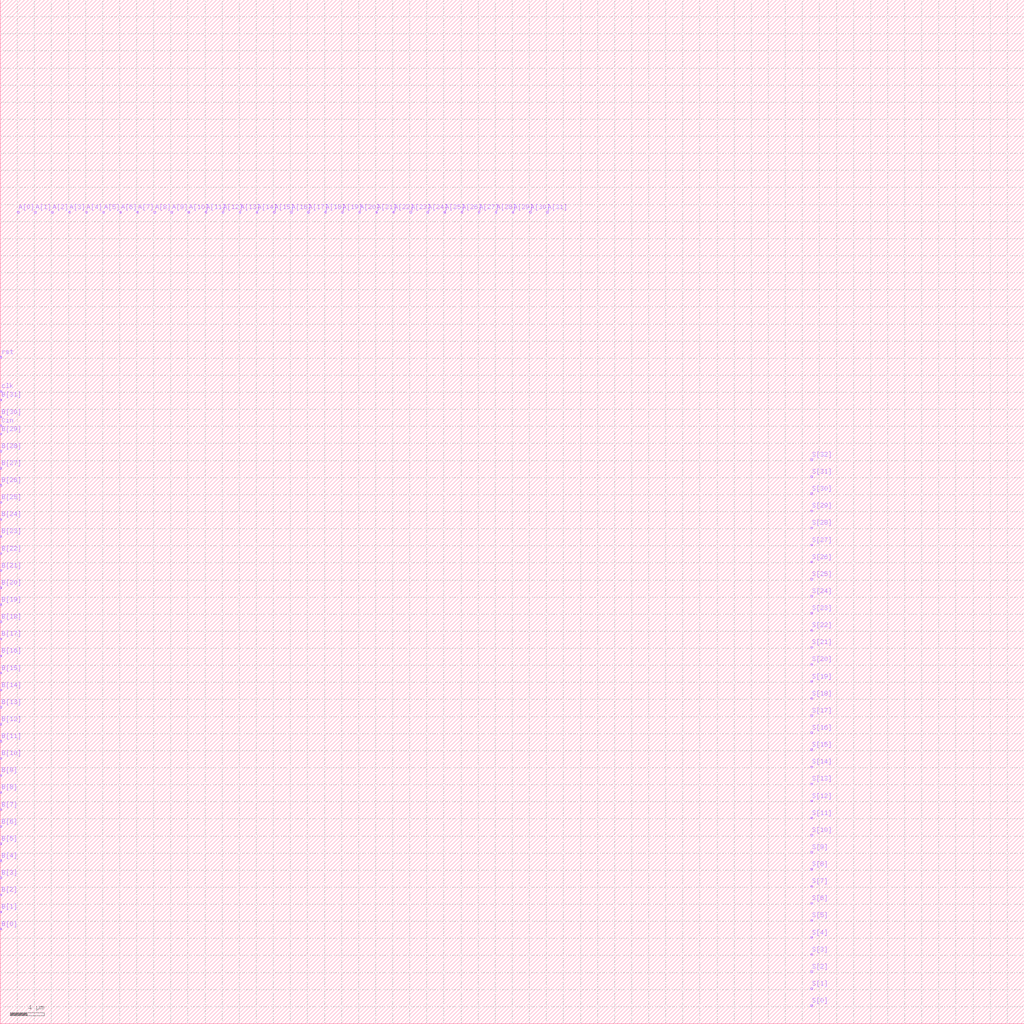
<source format=lef>

#******
# Preview export LEF
#
#	 Preview sub-version 5.10.41.500.3.38
#
# TECH LIB NAME: tsmc18
# TECH FILE NAME: techfile.cds
#******

VERSION 5.4 ;

NAMESCASESENSITIVE ON ;

DIVIDERCHAR "|" ;
BUSBITCHARS "[]" ;

UNITS
    DATABASE MICRONS 100  ;
END UNITS

MACRO KG_TOP
    CLASS CORE ;
    FOREIGN KG_TOP 0 0 ;
    ORIGIN 0.00 0.00 ;
    SIZE 120 BY 120 ;
    SYMMETRY X Y ;
    PIN A[0]
        DIRECTION INPUT ;
        PORT
        LAYER METAL2 ;
        RECT  2 95.00 2.2 95.2 ;
        END
	AntennaGateArea 0.0 ;
    END A[0]
    PIN A[1]
        DIRECTION INPUT ;
        PORT
        LAYER METAL2 ;
        RECT  4 95.00 4.2 95.2 ;
        END
	AntennaGateArea 0.0 ;
    END A[1]
    PIN A[2]
        DIRECTION INPUT ;
        PORT
        LAYER METAL2 ;
        RECT  6 95.00 6.2 95.2 ;
        END
	AntennaGateArea 0.0 ;
    END A[2]
    PIN A[3]
        DIRECTION INPUT ;
        PORT
        LAYER METAL2 ;
        RECT  8 95.00 8.2 95.2 ;
        END
	AntennaGateArea 0.0 ;
    END A[3]
    PIN A[4]
        DIRECTION INPUT ;
        PORT
        LAYER METAL2 ;
        RECT  10 95.00 10.2 95.2 ;
        END
	AntennaGateArea 0.0 ;
    END A[4]
    PIN A[5]
        DIRECTION INPUT ;
        PORT
        LAYER METAL2 ;
        RECT  12 95.00 12.2 95.2 ;
        END
	AntennaGateArea 0.0 ;
    END A[5]
    PIN A[6]
        DIRECTION INPUT ;
        PORT
        LAYER METAL2 ;
        RECT  14 95.00 14.2 95.2 ;
        END
	AntennaGateArea 0.0 ;
    END A[6]
    PIN A[7]
        DIRECTION INPUT ;
        PORT
        LAYER METAL2 ;
        RECT  16 95.00 16.2 95.2 ;
        END
	AntennaGateArea 0.0 ;
    END A[7]
    PIN A[8]
        DIRECTION INPUT ;
        PORT
        LAYER METAL2 ;
        RECT  18 95.00 18.2 95.2 ;
        END
	AntennaGateArea 0.0 ;
    END A[8]
    PIN A[9]
        DIRECTION INPUT ;
        PORT
        LAYER METAL2 ;
        RECT  20 95.00 20.2 95.2 ;
        END
	AntennaGateArea 0.0 ;
    END A[9]
    PIN A[10]
        DIRECTION INPUT ;
        PORT
        LAYER METAL2 ;
        RECT  22 95.00 22.2 95.2 ;
        END
	AntennaGateArea 0.0 ;
    END A[10]
    PIN A[11]
        DIRECTION INPUT ;
        PORT
        LAYER METAL2 ;
        RECT  24 95.00 24.2 95.2 ;
        END
	AntennaGateArea 0.0 ;
    END A[11]
    PIN A[12]
        DIRECTION INPUT ;
        PORT
        LAYER METAL2 ;
        RECT  26 95.00 26.2 95.2 ;
        END
	AntennaGateArea 0.0 ;
    END A[12]
    PIN A[13]
        DIRECTION INPUT ;
        PORT
        LAYER METAL2 ;
        RECT  28 95.00 28.2 95.2 ;
        END
	AntennaGateArea 0.0 ;
    END A[13]
    PIN A[14]
        DIRECTION INPUT ;
        PORT
        LAYER METAL2 ;
        RECT  30 95.00 30.2 95.2 ;
        END
	AntennaGateArea 0.0 ;
    END A[14]
    PIN A[15]
        DIRECTION INPUT ;
        PORT
        LAYER METAL2 ;
        RECT  32 95.00 32.2 95.2 ;
        END
	AntennaGateArea 0.0 ;
    END A[15]
    PIN A[16]
        DIRECTION INPUT ;
        PORT
        LAYER METAL2 ;
        RECT  34 95.00 34.2 95.2 ;
        END
	AntennaGateArea 0.0 ;
    END A[16]
    PIN A[17]
        DIRECTION INPUT ;
        PORT
        LAYER METAL2 ;
        RECT  36 95.00 36.2 95.2 ;
        END
	AntennaGateArea 0.0 ;
    END A[17]
    PIN A[18]
        DIRECTION INPUT ;
        PORT
        LAYER METAL2 ;
        RECT  38 95.00 38.2 95.2 ;
        END
	AntennaGateArea 0.0 ;
    END A[18]
    PIN A[19]
        DIRECTION INPUT ;
        PORT
        LAYER METAL2 ;
        RECT  40 95.00 40.2 95.2 ;
        END
	AntennaGateArea 0.0 ;
    END A[19]
    PIN A[20]
        DIRECTION INPUT ;
        PORT
        LAYER METAL2 ;
        RECT  42 95.00 42.2 95.2 ;
        END
	AntennaGateArea 0.0 ;
    END A[20]
    PIN A[21]
        DIRECTION INPUT ;
        PORT
        LAYER METAL2 ;
        RECT  44 95.00 44.2 95.2 ;
        END
	AntennaGateArea 0.0 ;
    END A[21]
    PIN A[22]
        DIRECTION INPUT ;
        PORT
        LAYER METAL2 ;
        RECT  46 95.00 46.2 95.2 ;
        END
	AntennaGateArea 0.0 ;
    END A[22]
    PIN A[23]
        DIRECTION INPUT ;
        PORT
        LAYER METAL2 ;
        RECT  48 95.00 48.2 95.2 ;
        END
	AntennaGateArea 0.0 ;
    END A[23]
    PIN A[24]
        DIRECTION INPUT ;
        PORT
        LAYER METAL2 ;
        RECT  50 95.00 50.2 95.2 ;
        END
	AntennaGateArea 0.0 ;
    END A[24]
    PIN A[25]
        DIRECTION INPUT ;
        PORT
        LAYER METAL2 ;
        RECT  52 95.00 52.2 95.2 ;
        END
	AntennaGateArea 0.0 ;
    END A[25]
    PIN A[26]
        DIRECTION INPUT ;
        PORT
        LAYER METAL2 ;
        RECT  54 95.00 54.2 95.2 ;
        END
	AntennaGateArea 0.0 ;
    END A[26]
    PIN A[27]
        DIRECTION INPUT ;
        PORT
        LAYER METAL2 ;
        RECT  56 95.00 56.2 95.2 ;
        END
	AntennaGateArea 0.0 ;
    END A[27]
    PIN A[28]
        DIRECTION INPUT ;
        PORT
        LAYER METAL2 ;
        RECT  58 95.00 58.2 95.2 ;
        END
	AntennaGateArea 0.0 ;
    END A[28]
    PIN A[29]
        DIRECTION INPUT ;
        PORT
        LAYER METAL2 ;
        RECT  60 95.00 60.2 95.2 ;
        END
	AntennaGateArea 0.0 ;
    END A[29]
    PIN A[30]
        DIRECTION INPUT ;
        PORT
        LAYER METAL2 ;
        RECT  62 95.00 62.2 95.2 ;
        END
	AntennaGateArea 0.0 ;
    END A[30]
    PIN A[31]
        DIRECTION INPUT ;
        PORT
        LAYER METAL2 ;
        RECT  64 95.00 64.2 95.2 ;
        END
	AntennaGateArea 0.0 ;
    END A[31]
    PIN B[0]
        DIRECTION INPUT ;
        PORT
        LAYER METAL2 ;
        RECT  0.00 11 0.2 11.2 ;
        END
	AntennaGateArea 0.0 ;
    END B[0]
    PIN B[1]
        DIRECTION INPUT ;
        PORT
        LAYER METAL2 ;
        RECT  0.00 13 0.2 13.2 ;
        END
	AntennaGateArea 0.0 ;
    END B[1]
    PIN B[2]
        DIRECTION INPUT ;
        PORT
        LAYER METAL2 ;
        RECT  0.00 15 0.2 15.2 ;
        END
	AntennaGateArea 0.0 ;
    END B[2]
    PIN B[3]
        DIRECTION INPUT ;
        PORT
        LAYER METAL2 ;
        RECT  0.00 17 0.2 17.2 ;
        END
	AntennaGateArea 0.0 ;
    END B[3]
    PIN B[4]
        DIRECTION INPUT ;
        PORT
        LAYER METAL2 ;
        RECT  0.00 19 0.2 19.2 ;
        END
	AntennaGateArea 0.0 ;
    END B[4]
    PIN B[5]
        DIRECTION INPUT ;
        PORT
        LAYER METAL2 ;
        RECT  0.00 21 0.2 21.2 ;
        END
	AntennaGateArea 0.0 ;
    END B[5]
    PIN B[6]
        DIRECTION INPUT ;
        PORT
        LAYER METAL2 ;
        RECT  0.00 23 0.2 23.2 ;
        END
	AntennaGateArea 0.0 ;
    END B[6]
    PIN B[7]
        DIRECTION INPUT ;
        PORT
        LAYER METAL2 ;
        RECT  0.00 25 0.2 25.2 ;
        END
	AntennaGateArea 0.0 ;
    END B[7]
    PIN B[8]
        DIRECTION INPUT ;
        PORT
        LAYER METAL2 ;
        RECT  0.00 27 0.2 27.2 ;
        END
	AntennaGateArea 0.0 ;
    END B[8]
    PIN B[9]
        DIRECTION INPUT ;
        PORT
        LAYER METAL2 ;
        RECT  0.00 29 0.2 29.2 ;
        END
	AntennaGateArea 0.0 ;
    END B[9]
    PIN B[10]
        DIRECTION INPUT ;
        PORT
        LAYER METAL2 ;
        RECT  0.00 31 0.2 31.2 ;
        END
	AntennaGateArea 0.0 ;
    END B[10]
    PIN B[11]
        DIRECTION INPUT ;
        PORT
        LAYER METAL2 ;
        RECT  0.00 33 0.2 33.2 ;
        END
	AntennaGateArea 0.0 ;
    END B[11]
    PIN B[12]
        DIRECTION INPUT ;
        PORT
        LAYER METAL2 ;
        RECT  0.00 35 0.2 35.2 ;
        END
	AntennaGateArea 0.0 ;
    END B[12]
    PIN B[13]
        DIRECTION INPUT ;
        PORT
        LAYER METAL2 ;
        RECT  0.00 37 0.2 37.2 ;
        END
	AntennaGateArea 0.0 ;
    END B[13]
    PIN B[14]
        DIRECTION INPUT ;
        PORT
        LAYER METAL2 ;
        RECT  0.00 39 0.2 39.2 ;
        END
	AntennaGateArea 0.0 ;
    END B[14]
    PIN B[15]
        DIRECTION INPUT ;
        PORT
        LAYER METAL2 ;
        RECT  0.00 41 0.2 41.2 ;
        END
	AntennaGateArea 0.0 ;
    END B[15]
    PIN B[16]
        DIRECTION INPUT ;
        PORT
        LAYER METAL2 ;
        RECT  0.00 43 0.2 43.2 ;
        END
	AntennaGateArea 0.0 ;
    END B[16]
    PIN B[17]
        DIRECTION INPUT ;
        PORT
        LAYER METAL2 ;
        RECT  0.00 45 0.2 45.2 ;
        END
	AntennaGateArea 0.0 ;
    END B[17]
    PIN B[18]
        DIRECTION INPUT ;
        PORT
        LAYER METAL2 ;
        RECT  0.00 47 0.2 47.2 ;
        END
	AntennaGateArea 0.0 ;
    END B[18]
    PIN B[19]
        DIRECTION INPUT ;
        PORT
        LAYER METAL2 ;
        RECT  0.00 49 0.2 49.2 ;
        END
	AntennaGateArea 0.0 ;
    END B[19]
    PIN B[20]
        DIRECTION INPUT ;
        PORT
        LAYER METAL2 ;
        RECT  0.00 51 0.2 51.2 ;
        END
	AntennaGateArea 0.0 ;
    END B[20]
    PIN B[21]
        DIRECTION INPUT ;
        PORT
        LAYER METAL2 ;
        RECT  0.00 53 0.2 53.2 ;
        END
	AntennaGateArea 0.0 ;
    END B[21]
    PIN B[22]
        DIRECTION INPUT ;
        PORT
        LAYER METAL2 ;
        RECT  0.00 55 0.2 55.2 ;
        END
	AntennaGateArea 0.0 ;
    END B[22]
    PIN B[23]
        DIRECTION INPUT ;
        PORT
        LAYER METAL2 ;
        RECT  0.00 57 0.2 57.2 ;
        END
	AntennaGateArea 0.0 ;
    END B[23]
    PIN B[24]
        DIRECTION INPUT ;
        PORT
        LAYER METAL2 ;
        RECT  0.00 59 0.2 59.2 ;
        END
	AntennaGateArea 0.0 ;
    END B[24]
    PIN B[25]
        DIRECTION INPUT ;
        PORT
        LAYER METAL2 ;
        RECT  0.00 61 0.2 61.2 ;
        END
	AntennaGateArea 0.0 ;
    END B[25]
    PIN B[26]
        DIRECTION INPUT ;
        PORT
        LAYER METAL2 ;
        RECT  0.00 63 0.2 63.2 ;
        END
	AntennaGateArea 0.0 ;
    END B[26]
    PIN B[27]
        DIRECTION INPUT ;
        PORT
        LAYER METAL2 ;
        RECT  0.00 65 0.2 65.2 ;
        END
	AntennaGateArea 0.0 ;
    END B[27]
    PIN B[28]
        DIRECTION INPUT ;
        PORT
        LAYER METAL2 ;
        RECT  0.00 67 0.2 67.2 ;
        END
	AntennaGateArea 0.0 ;
    END B[28]
    PIN B[29]
        DIRECTION INPUT ;
        PORT
        LAYER METAL2 ;
        RECT  0.00 69 0.2 69.2 ;
        END
	AntennaGateArea 0.0 ;
    END B[29]
    PIN B[30]
        DIRECTION INPUT ;
        PORT
        LAYER METAL2 ;
        RECT  0.00 71 0.2 71.2 ;
        END
	AntennaGateArea 0.0 ;
    END B[30]
    PIN B[31]
        DIRECTION INPUT ;
        PORT
        LAYER METAL2 ;
        RECT  0.00 73 0.2 73.2 ;
        END
	AntennaGateArea 0.0 ;
    END B[31]
    PIN Cin
        DIRECTION INPUT ;
        PORT
        LAYER METAL2 ;
        RECT  0.00 70 0.2 70.2 ;
        END
	AntennaGateArea 0.0 ;
    END Cin
    PIN clk
        DIRECTION INPUT ;
        PORT
        LAYER METAL2 ;
        RECT  0.00 74 0.2 74.2 ;
        END
	AntennaGateArea 0.0 ;
    END clk
    PIN rst
        DIRECTION INPUT ;
        PORT
        LAYER METAL2 ;
        RECT  0.00 78 0.2 78.2 ;
        END
	AntennaGateArea 0.0 ;
    END rst
    PIN S[0]
        DIRECTION OUTPUT ;
        PORT
        LAYER METAL2 ;
        RECT  95.00 2 95.2 2.2 ;
        END
	AntennaGateArea 0.0 ;
    END S[0]
    PIN S[1]
        DIRECTION OUTPUT ;
        PORT
        LAYER METAL2 ;
        RECT  95.00 4 95.2 4.2 ;
        END
	AntennaGateArea 0.0 ;
    END S[1]
    PIN S[2]
        DIRECTION OUTPUT ;
        PORT
        LAYER METAL2 ;
        RECT  95.00 6 95.2 6.2 ;
        END
	AntennaGateArea 0.0 ;
    END S[2]
    PIN S[3]
        DIRECTION OUTPUT ;
        PORT
        LAYER METAL2 ;
        RECT  95.00 8 95.2 8.2 ;
        END
	AntennaGateArea 0.0 ;
    END S[3]
    PIN S[4]
        DIRECTION OUTPUT ;
        PORT
        LAYER METAL2 ;
        RECT  95.00 10 95.2 10.2 ;
        END
	AntennaGateArea 0.0 ;
    END S[4]
    PIN S[5]
        DIRECTION OUTPUT ;
        PORT
        LAYER METAL2 ;
        RECT  95.00 12 95.2 12.2 ;
        END
	AntennaGateArea 0.0 ;
    END S[5]
    PIN S[6]
        DIRECTION OUTPUT ;
        PORT
        LAYER METAL2 ;
        RECT  95.00 14 95.2 14.2 ;
        END
	AntennaGateArea 0.0 ;
    END S[6]
    PIN S[7]
        DIRECTION OUTPUT ;
        PORT
        LAYER METAL2 ;
        RECT  95.00 16 95.2 16.2 ;
        END
	AntennaGateArea 0.0 ;
    END S[7]
    PIN S[8]
        DIRECTION OUTPUT ;
        PORT
        LAYER METAL2 ;
        RECT  95.00 18 95.2 18.2 ;
        END
	AntennaGateArea 0.0 ;
    END S[8]
    PIN S[9]
        DIRECTION OUTPUT ;
        PORT
        LAYER METAL2 ;
        RECT  95.00 20 95.2 20.2 ;
        END
	AntennaGateArea 0.0 ;
    END S[9]
    PIN S[10]
        DIRECTION OUTPUT ;
        PORT
        LAYER METAL2 ;
        RECT  95.00 22 95.2 22.2 ;
        END
	AntennaGateArea 0.0 ;
    END S[10]
    PIN S[11]
        DIRECTION OUTPUT ;
        PORT
        LAYER METAL2 ;
        RECT  95.00 24 95.2 24.2 ;
        END
	AntennaGateArea 0.0 ;
    END S[11]
    PIN S[12]
        DIRECTION OUTPUT ;
        PORT
        LAYER METAL2 ;
        RECT  95.00 26 95.2 26.2 ;
        END
	AntennaGateArea 0.0 ;
    END S[12]
    PIN S[13]
        DIRECTION OUTPUT ;
        PORT
        LAYER METAL2 ;
        RECT  95.00 28 95.2 28.2 ;
        END
	AntennaGateArea 0.0 ;
    END S[13]
    PIN S[14]
        DIRECTION OUTPUT ;
        PORT
        LAYER METAL2 ;
        RECT  95.00 30 95.2 30.2 ;
        END
	AntennaGateArea 0.0 ;
    END S[14]
    PIN S[15]
        DIRECTION OUTPUT ;
        PORT
        LAYER METAL2 ;
        RECT  95.00 32 95.2 32.2 ;
        END
	AntennaGateArea 0.0 ;
    END S[15]
    PIN S[16]
        DIRECTION OUTPUT ;
        PORT
        LAYER METAL2 ;
        RECT  95.00 34 95.2 34.2 ;
        END
	AntennaGateArea 0.0 ;
    END S[16]
    PIN S[17]
        DIRECTION OUTPUT ;
        PORT
        LAYER METAL2 ;
        RECT  95.00 36 95.2 36.2 ;
        END
	AntennaGateArea 0.0 ;
    END S[17]
    PIN S[18]
        DIRECTION OUTPUT ;
        PORT
        LAYER METAL2 ;
        RECT  95.00 38 95.2 38.2 ;
        END
	AntennaGateArea 0.0 ;
    END S[18]
    PIN S[19]
        DIRECTION OUTPUT ;
        PORT
        LAYER METAL2 ;
        RECT  95.00 40 95.2 40.2 ;
        END
	AntennaGateArea 0.0 ;
    END S[19]
    PIN S[20]
        DIRECTION OUTPUT ;
        PORT
        LAYER METAL2 ;
        RECT  95.00 42 95.2 42.2 ;
        END
	AntennaGateArea 0.0 ;
    END S[20]
    PIN S[21]
        DIRECTION OUTPUT ;
        PORT
        LAYER METAL2 ;
        RECT  95.00 44 95.2 44.2 ;
        END
	AntennaGateArea 0.0 ;
    END S[21]
    PIN S[22]
        DIRECTION OUTPUT ;
        PORT
        LAYER METAL2 ;
        RECT  95.00 46 95.2 46.2 ;
        END
	AntennaGateArea 0.0 ;
    END S[22]
    PIN S[23]
        DIRECTION OUTPUT ;
        PORT
        LAYER METAL2 ;
        RECT  95.00 48 95.2 48.2 ;
        END
	AntennaGateArea 0.0 ;
    END S[23]
    PIN S[24]
        DIRECTION OUTPUT ;
        PORT
        LAYER METAL2 ;
        RECT  95.00 50 95.2 50.2 ;
        END
	AntennaGateArea 0.0 ;
    END S[24]
    PIN S[25]
        DIRECTION OUTPUT ;
        PORT
        LAYER METAL2 ;
        RECT  95.00 52 95.2 52.2 ;
        END
	AntennaGateArea 0.0 ;
    END S[25]
    PIN S[26]
        DIRECTION OUTPUT ;
        PORT
        LAYER METAL2 ;
        RECT  95.00 54 95.2 54.2 ;
        END
	AntennaGateArea 0.0 ;
    END S[26]
    PIN S[27]
        DIRECTION OUTPUT ;
        PORT
        LAYER METAL2 ;
        RECT  95.00 56 95.2 56.2 ;
        END
	AntennaGateArea 0.0 ;
    END S[27]
    PIN S[28]
        DIRECTION OUTPUT ;
        PORT
        LAYER METAL2 ;
        RECT  95.00 58 95.2 58.2 ;
        END
	AntennaGateArea 0.0 ;
    END S[28]
    PIN S[29]
        DIRECTION OUTPUT ;
        PORT
        LAYER METAL2 ;
        RECT  95.00 60 95.2 60.2 ;
        END
	AntennaGateArea 0.0 ;
    END S[29]
    PIN S[30]
        DIRECTION OUTPUT ;
        PORT
        LAYER METAL2 ;
        RECT  95.00 62 95.2 62.2 ;
        END
	AntennaGateArea 0.0 ;
    END S[30]
    PIN S[31]
        DIRECTION OUTPUT ;
        PORT
        LAYER METAL2 ;
        RECT  95.00 64 95.2 64.2 ;
        END
	AntennaGateArea 0.0 ;
    END S[31]
    PIN S[32]
        DIRECTION OUTPUT ;
        PORT
        LAYER METAL2 ;
        RECT  95.00 66 95.2 66.2 ;
        END
	AntennaGateArea 0.0 ;
    END S[32]
    END KG_TOP

END LIBRARY


</source>
